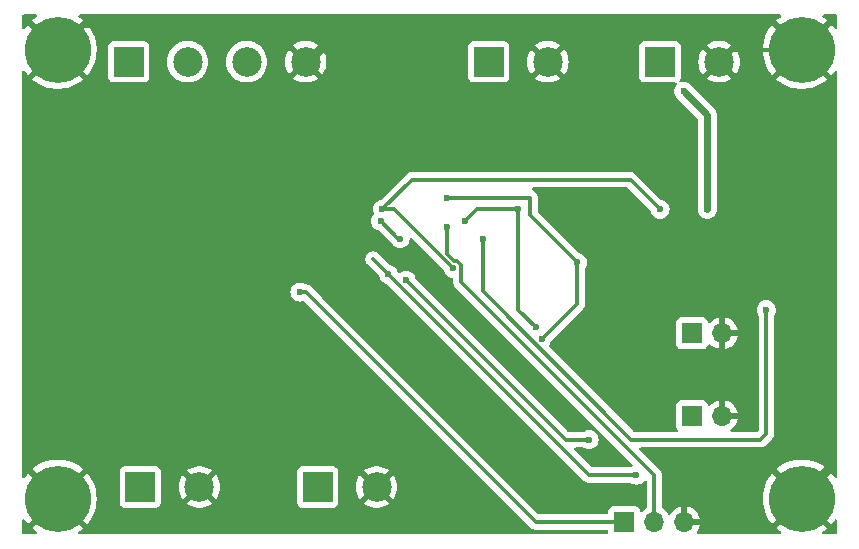
<source format=gbr>
%TF.GenerationSoftware,KiCad,Pcbnew,8.0.3*%
%TF.CreationDate,2024-07-12T15:18:38+08:00*%
%TF.ProjectId,seq_v003f4,7365715f-7630-4303-9366-342e6b696361,rev?*%
%TF.SameCoordinates,Original*%
%TF.FileFunction,Copper,L2,Bot*%
%TF.FilePolarity,Positive*%
%FSLAX46Y46*%
G04 Gerber Fmt 4.6, Leading zero omitted, Abs format (unit mm)*
G04 Created by KiCad (PCBNEW 8.0.3) date 2024-07-12 15:18:38*
%MOMM*%
%LPD*%
G01*
G04 APERTURE LIST*
%TA.AperFunction,ComponentPad*%
%ADD10C,5.600000*%
%TD*%
%TA.AperFunction,ComponentPad*%
%ADD11R,1.700000X1.700000*%
%TD*%
%TA.AperFunction,ComponentPad*%
%ADD12O,1.700000X1.700000*%
%TD*%
%TA.AperFunction,ComponentPad*%
%ADD13R,2.500000X2.500000*%
%TD*%
%TA.AperFunction,ComponentPad*%
%ADD14C,2.500000*%
%TD*%
%TA.AperFunction,ViaPad*%
%ADD15C,0.600000*%
%TD*%
%TA.AperFunction,Conductor*%
%ADD16C,0.300000*%
%TD*%
%TA.AperFunction,Conductor*%
%ADD17C,0.600000*%
%TD*%
G04 APERTURE END LIST*
D10*
%TO.P,REF\u002A\u002A,1*%
%TO.N,GND*%
X166000000Y-121500000D03*
%TD*%
%TO.P,REF\u002A\u002A,1*%
%TO.N,GND*%
X166000000Y-83500000D03*
%TD*%
%TO.P,REF\u002A\u002A,1*%
%TO.N,GND*%
X229000000Y-83500000D03*
%TD*%
%TO.P,REF\u002A\u002A,1*%
%TO.N,GND*%
X229000000Y-121500000D03*
%TD*%
D11*
%TO.P,J5,1,Pin_1*%
%TO.N,DELAY*%
X219725000Y-114500000D03*
D12*
%TO.P,J5,2,Pin_2*%
%TO.N,GND*%
X222265000Y-114500000D03*
%TD*%
D13*
%TO.P,J2,1,Pin_1*%
%TO.N,Net-(D1-K)*%
X188000000Y-120500000D03*
D14*
%TO.P,J2,2,Pin_2*%
%TO.N,GND*%
X193000000Y-120500000D03*
%TD*%
D11*
%TO.P,J4,1,Pin_1*%
%TO.N,MODE*%
X219725000Y-107500000D03*
D12*
%TO.P,J4,2,Pin_2*%
%TO.N,GND*%
X222265000Y-107500000D03*
%TD*%
D11*
%TO.P,J3,1,Pin_1*%
%TO.N,+5V*%
X213975000Y-123475000D03*
D12*
%TO.P,J3,2,Pin_2*%
%TO.N,SWD*%
X216515000Y-123475000D03*
%TO.P,J3,3,Pin_3*%
%TO.N,GND*%
X219055000Y-123475000D03*
%TD*%
D14*
%TO.P,J1,2,Pin_2*%
%TO.N,GND*%
X178000000Y-120500000D03*
D13*
%TO.P,J1,1,Pin_1*%
%TO.N,Net-(D2-A)*%
X173000000Y-120500000D03*
%TD*%
D14*
%TO.P,J6,4,Pin_4*%
%TO.N,GND*%
X187000000Y-84500000D03*
%TO.P,J6,3,Pin_3*%
%TO.N,Net-(J6-Pin_3)*%
X182000000Y-84500000D03*
%TO.P,J6,2,Pin_2*%
%TO.N,Net-(J6-Pin_2)*%
X177000000Y-84500000D03*
D13*
%TO.P,J6,1,Pin_1*%
%TO.N,Net-(J6-Pin_1)*%
X172000000Y-84500000D03*
%TD*%
D14*
%TO.P,J8,2,Pin_2*%
%TO.N,GND*%
X222000000Y-84500000D03*
D13*
%TO.P,J8,1,Pin_1*%
%TO.N,Net-(J8-Pin_1)*%
X217000000Y-84500000D03*
%TD*%
D14*
%TO.P,J7,2,Pin_2*%
%TO.N,GND*%
X207500000Y-84500000D03*
D13*
%TO.P,J7,1,Pin_1*%
%TO.N,Net-(J7-Pin_1)*%
X202500000Y-84500000D03*
%TD*%
D15*
%TO.N,GND*%
X197500000Y-93500000D03*
%TO.N,DELAY*%
X215000000Y-119500000D03*
X194000000Y-102500000D03*
%TO.N,MODE*%
X195500000Y-103000000D03*
X211000000Y-116500000D03*
%TO.N,Net-(U2-PC7)*%
X226000000Y-105500000D03*
X202000000Y-99500000D03*
%TO.N,OUT1*%
X206500000Y-107000000D03*
%TO.N,OUT+*%
X207000000Y-108000000D03*
X193350000Y-98000000D03*
X195000000Y-99500000D03*
X199000000Y-96000000D03*
X210000000Y-101500000D03*
%TO.N,OUT1*%
X205000000Y-97000000D03*
X200500000Y-98000000D03*
%TO.N,OUT3*%
X199500000Y-102000000D03*
X193500000Y-97000000D03*
X217000000Y-97000000D03*
%TO.N,Net-(J8-Pin_1)*%
X219000000Y-87000000D03*
X221000000Y-97000000D03*
%TO.N,+5V*%
X186500000Y-104000000D03*
%TO.N,SWD*%
X199000000Y-98500000D03*
%TD*%
D16*
%TO.N,GND*%
X197500000Y-93500000D02*
X196000000Y-93500000D01*
X196000000Y-93500000D02*
X187000000Y-84500000D01*
%TO.N,DELAY*%
X211000000Y-119500000D02*
X215000000Y-119500000D01*
X194000000Y-102500000D02*
X192700000Y-101200000D01*
X192700000Y-101200000D02*
X211000000Y-119500000D01*
%TO.N,MODE*%
X195500000Y-103000000D02*
X209000000Y-116500000D01*
X209000000Y-116500000D02*
X211000000Y-116500000D01*
%TO.N,Net-(U2-PC7)*%
X214580761Y-116500000D02*
X225500000Y-116500000D01*
X202000000Y-103919239D02*
X214580761Y-116500000D01*
X202000000Y-99500000D02*
X202000000Y-103919239D01*
X226000000Y-116000000D02*
X226000000Y-105500000D01*
X225500000Y-116500000D02*
X226000000Y-116000000D01*
%TO.N,OUT1*%
X205000000Y-105500000D02*
X205000000Y-97000000D01*
X206500000Y-107000000D02*
X205000000Y-105500000D01*
%TO.N,OUT+*%
X210000000Y-105000000D02*
X210000000Y-101500000D01*
X207000000Y-108000000D02*
X210000000Y-105000000D01*
%TO.N,SWD*%
X216515000Y-119515000D02*
X216515000Y-123475000D01*
X200150000Y-101730761D02*
X200150000Y-103150000D01*
X199769239Y-101350000D02*
X200150000Y-101730761D01*
X200150000Y-103150000D02*
X216515000Y-119515000D01*
X199000000Y-100792894D02*
X199557106Y-101350000D01*
X199000000Y-98500000D02*
X199000000Y-100792894D01*
X199557106Y-101350000D02*
X199769239Y-101350000D01*
%TO.N,OUT+*%
X194850000Y-99500000D02*
X193350000Y-98000000D01*
X195000000Y-99500000D02*
X194850000Y-99500000D01*
X206000000Y-97500000D02*
X206000000Y-96000000D01*
X210000000Y-101500000D02*
X206000000Y-97500000D01*
X206000000Y-96000000D02*
X199000000Y-96000000D01*
%TO.N,OUT1*%
X201500000Y-97000000D02*
X205000000Y-97000000D01*
X200500000Y-98000000D02*
X201500000Y-97000000D01*
%TO.N,OUT3*%
X196000000Y-94500000D02*
X193500000Y-97000000D01*
X214500000Y-94500000D02*
X196000000Y-94500000D01*
X217000000Y-97000000D02*
X214500000Y-94500000D01*
X194500000Y-97000000D02*
X193500000Y-97000000D01*
X199500000Y-102000000D02*
X194500000Y-97000000D01*
D17*
%TO.N,Net-(J8-Pin_1)*%
X219000000Y-87000000D02*
X221000000Y-89000000D01*
X221000000Y-89000000D02*
X221000000Y-97000000D01*
D16*
%TO.N,+5V*%
X187000000Y-104000000D02*
X186500000Y-104000000D01*
X188000000Y-105000000D02*
X187000000Y-104000000D01*
X206475000Y-123475000D02*
X188000000Y-105000000D01*
X213975000Y-123475000D02*
X206475000Y-123475000D01*
%TO.N,GND*%
X163500000Y-119000000D02*
X166000000Y-121500000D01*
X163500000Y-86000000D02*
X163500000Y-119000000D01*
X166000000Y-83500000D02*
X163500000Y-86000000D01*
X166000000Y-83500000D02*
X168000000Y-81500000D01*
X193500000Y-81500000D02*
X210500000Y-81500000D01*
X168000000Y-81500000D02*
X193500000Y-81500000D01*
X190500000Y-81500000D02*
X193500000Y-81500000D01*
X187500000Y-84500000D02*
X190500000Y-81500000D01*
X187000000Y-84500000D02*
X187500000Y-84500000D01*
X210500000Y-81500000D02*
X219000000Y-81500000D01*
X219000000Y-81500000D02*
X222000000Y-84500000D01*
X207500000Y-84500000D02*
X210500000Y-81500000D01*
X229000000Y-83500000D02*
X223000000Y-83500000D01*
X223000000Y-83500000D02*
X222000000Y-84500000D01*
X231850000Y-118150000D02*
X231850000Y-86350000D01*
X231850000Y-86350000D02*
X229000000Y-83500000D01*
X229000000Y-121000000D02*
X231850000Y-118150000D01*
X229000000Y-121500000D02*
X229000000Y-121000000D01*
%TD*%
%TA.AperFunction,Conductor*%
%TO.N,GND*%
G36*
X164779588Y-122542330D02*
G01*
X164957670Y-122720412D01*
X165059300Y-122794251D01*
X163847257Y-124006294D01*
X163860495Y-124018836D01*
X164145367Y-124235388D01*
X164145370Y-124235390D01*
X164201644Y-124269249D01*
X164248939Y-124320678D01*
X164260922Y-124389513D01*
X164233787Y-124453899D01*
X164176151Y-124493393D01*
X164137716Y-124499500D01*
X163124500Y-124499500D01*
X163057461Y-124479815D01*
X163011706Y-124427011D01*
X163000500Y-124375500D01*
X163000500Y-123360307D01*
X163020185Y-123293268D01*
X163072989Y-123247513D01*
X163142147Y-123237569D01*
X163205703Y-123266594D01*
X163227134Y-123290720D01*
X163369033Y-123500006D01*
X163369035Y-123500008D01*
X163496441Y-123650002D01*
X163496442Y-123650002D01*
X164705747Y-122440697D01*
X164779588Y-122542330D01*
G37*
%TD.AperFunction*%
%TA.AperFunction,Conductor*%
G36*
X227204755Y-80520185D02*
G01*
X227250510Y-80572989D01*
X227260454Y-80642147D01*
X227231429Y-80705703D01*
X227201644Y-80730751D01*
X227145370Y-80764609D01*
X227145367Y-80764611D01*
X226860486Y-80981170D01*
X226860485Y-80981171D01*
X226847257Y-80993702D01*
X226847256Y-80993703D01*
X228059301Y-82205748D01*
X227957670Y-82279588D01*
X227779588Y-82457670D01*
X227705748Y-82559301D01*
X226496442Y-81349995D01*
X226496441Y-81349996D01*
X226369033Y-81499992D01*
X226168218Y-81796172D01*
X226000606Y-82112322D01*
X226000597Y-82112340D01*
X225868149Y-82444760D01*
X225868147Y-82444767D01*
X225772421Y-82789542D01*
X225772415Y-82789568D01*
X225714527Y-83142668D01*
X225714526Y-83142685D01*
X225695153Y-83499997D01*
X225695153Y-83500002D01*
X225714526Y-83857314D01*
X225714527Y-83857331D01*
X225772415Y-84210431D01*
X225772421Y-84210457D01*
X225868147Y-84555232D01*
X225868149Y-84555239D01*
X226000597Y-84887659D01*
X226000606Y-84887677D01*
X226168218Y-85203827D01*
X226369024Y-85499994D01*
X226369035Y-85500008D01*
X226496441Y-85650002D01*
X226496442Y-85650002D01*
X227705747Y-84440697D01*
X227779588Y-84542330D01*
X227957670Y-84720412D01*
X228059300Y-84794251D01*
X226847257Y-86006294D01*
X226860495Y-86018836D01*
X227145367Y-86235388D01*
X227145370Y-86235390D01*
X227451990Y-86419876D01*
X227776739Y-86570122D01*
X227776744Y-86570123D01*
X228115855Y-86684383D01*
X228465339Y-86761311D01*
X228821075Y-86799999D01*
X228821085Y-86800000D01*
X229178915Y-86800000D01*
X229178924Y-86799999D01*
X229534660Y-86761311D01*
X229884144Y-86684383D01*
X230223255Y-86570123D01*
X230223260Y-86570122D01*
X230548009Y-86419876D01*
X230854629Y-86235390D01*
X230854632Y-86235388D01*
X231139509Y-86018831D01*
X231152742Y-86006295D01*
X231152742Y-86006294D01*
X229940699Y-84794251D01*
X230042330Y-84720412D01*
X230220412Y-84542330D01*
X230294251Y-84440698D01*
X231503556Y-85650002D01*
X231630969Y-85500002D01*
X231772866Y-85290720D01*
X231826781Y-85246279D01*
X231896163Y-85238041D01*
X231958985Y-85268621D01*
X231995301Y-85328312D01*
X231999500Y-85360307D01*
X231999500Y-119639692D01*
X231979815Y-119706731D01*
X231927011Y-119752486D01*
X231857853Y-119762430D01*
X231794297Y-119733405D01*
X231772867Y-119709279D01*
X231630975Y-119500005D01*
X231630964Y-119499991D01*
X231503556Y-119349996D01*
X230294251Y-120559301D01*
X230220412Y-120457670D01*
X230042330Y-120279588D01*
X229940698Y-120205748D01*
X231152742Y-118993704D01*
X231139504Y-118981163D01*
X230854632Y-118764611D01*
X230854629Y-118764609D01*
X230548009Y-118580123D01*
X230223260Y-118429877D01*
X230223255Y-118429876D01*
X229884144Y-118315616D01*
X229534660Y-118238688D01*
X229178924Y-118200000D01*
X228821075Y-118200000D01*
X228465339Y-118238688D01*
X228115855Y-118315616D01*
X227776744Y-118429876D01*
X227776739Y-118429877D01*
X227451990Y-118580123D01*
X227145370Y-118764609D01*
X227145367Y-118764611D01*
X226860486Y-118981170D01*
X226860485Y-118981171D01*
X226847257Y-118993702D01*
X226847256Y-118993703D01*
X228059301Y-120205748D01*
X227957670Y-120279588D01*
X227779588Y-120457670D01*
X227705748Y-120559301D01*
X226496442Y-119349995D01*
X226496441Y-119349996D01*
X226369033Y-119499992D01*
X226168218Y-119796172D01*
X226000606Y-120112322D01*
X226000597Y-120112340D01*
X225868149Y-120444760D01*
X225868147Y-120444767D01*
X225772421Y-120789542D01*
X225772415Y-120789568D01*
X225714527Y-121142668D01*
X225714526Y-121142685D01*
X225695153Y-121499997D01*
X225695153Y-121500002D01*
X225714526Y-121857314D01*
X225714527Y-121857331D01*
X225772415Y-122210431D01*
X225772421Y-122210457D01*
X225868147Y-122555232D01*
X225868149Y-122555239D01*
X226000597Y-122887659D01*
X226000606Y-122887677D01*
X226168218Y-123203827D01*
X226369024Y-123499994D01*
X226369035Y-123500008D01*
X226496441Y-123650002D01*
X226496442Y-123650002D01*
X227705747Y-122440697D01*
X227779588Y-122542330D01*
X227957670Y-122720412D01*
X228059300Y-122794251D01*
X226847257Y-124006294D01*
X226860495Y-124018836D01*
X227145367Y-124235388D01*
X227145370Y-124235390D01*
X227201644Y-124269249D01*
X227248939Y-124320678D01*
X227260922Y-124389513D01*
X227233787Y-124453899D01*
X227176151Y-124493393D01*
X227137716Y-124499500D01*
X220223884Y-124499500D01*
X220156845Y-124479815D01*
X220111090Y-124427011D01*
X220101146Y-124357853D01*
X220122310Y-124304376D01*
X220228595Y-124152585D01*
X220228599Y-124152579D01*
X220328429Y-123938492D01*
X220328432Y-123938486D01*
X220385636Y-123725000D01*
X219488012Y-123725000D01*
X219520925Y-123667993D01*
X219555000Y-123540826D01*
X219555000Y-123409174D01*
X219520925Y-123282007D01*
X219488012Y-123225000D01*
X220385636Y-123225000D01*
X220385635Y-123224999D01*
X220328432Y-123011513D01*
X220328429Y-123011507D01*
X220228600Y-122797422D01*
X220228599Y-122797420D01*
X220093113Y-122603926D01*
X220093108Y-122603920D01*
X219926082Y-122436894D01*
X219732578Y-122301399D01*
X219518492Y-122201570D01*
X219518486Y-122201567D01*
X219305000Y-122144364D01*
X219305000Y-123041988D01*
X219247993Y-123009075D01*
X219120826Y-122975000D01*
X218989174Y-122975000D01*
X218862007Y-123009075D01*
X218805000Y-123041988D01*
X218805000Y-122144364D01*
X218804999Y-122144364D01*
X218591513Y-122201567D01*
X218591507Y-122201570D01*
X218377422Y-122301399D01*
X218377420Y-122301400D01*
X218183926Y-122436886D01*
X218183920Y-122436891D01*
X218016891Y-122603920D01*
X218016890Y-122603922D01*
X217886880Y-122789595D01*
X217832303Y-122833219D01*
X217762804Y-122840412D01*
X217700450Y-122808890D01*
X217683730Y-122789594D01*
X217553494Y-122603597D01*
X217386402Y-122436506D01*
X217386401Y-122436505D01*
X217218377Y-122318853D01*
X217218376Y-122318852D01*
X217174751Y-122264275D01*
X217165500Y-122217277D01*
X217165500Y-119450928D01*
X217140502Y-119325261D01*
X217140501Y-119325260D01*
X217140501Y-119325256D01*
X217091465Y-119206873D01*
X217020277Y-119100331D01*
X217020275Y-119100329D01*
X217020273Y-119100326D01*
X217020272Y-119100325D01*
X215282127Y-117362181D01*
X215248642Y-117300858D01*
X215253626Y-117231166D01*
X215295498Y-117175233D01*
X215360962Y-117150816D01*
X215369808Y-117150500D01*
X225564071Y-117150500D01*
X225648615Y-117133682D01*
X225689744Y-117125501D01*
X225808127Y-117076465D01*
X225914669Y-117005277D01*
X226505277Y-116414669D01*
X226576465Y-116308127D01*
X226625501Y-116189743D01*
X226650500Y-116064069D01*
X226650500Y-115935931D01*
X226650500Y-106005067D01*
X226669507Y-105939094D01*
X226725788Y-105849524D01*
X226785368Y-105679254D01*
X226785369Y-105679249D01*
X226805565Y-105500003D01*
X226805565Y-105499996D01*
X226785369Y-105320750D01*
X226785368Y-105320745D01*
X226753809Y-105230554D01*
X226725789Y-105150478D01*
X226629816Y-104997738D01*
X226502262Y-104870184D01*
X226378158Y-104792204D01*
X226349523Y-104774211D01*
X226179254Y-104714631D01*
X226179249Y-104714630D01*
X226000004Y-104694435D01*
X225999996Y-104694435D01*
X225820750Y-104714630D01*
X225820745Y-104714631D01*
X225650476Y-104774211D01*
X225497737Y-104870184D01*
X225370184Y-104997737D01*
X225274211Y-105150476D01*
X225214631Y-105320745D01*
X225214630Y-105320750D01*
X225194435Y-105499996D01*
X225194435Y-105500003D01*
X225214630Y-105679249D01*
X225214631Y-105679254D01*
X225274211Y-105849524D01*
X225330493Y-105939094D01*
X225349500Y-106005067D01*
X225349500Y-115679192D01*
X225329815Y-115746231D01*
X225313181Y-115766873D01*
X225266873Y-115813181D01*
X225205550Y-115846666D01*
X225179192Y-115849500D01*
X223084645Y-115849500D01*
X223017606Y-115829815D01*
X222971851Y-115777011D01*
X222961907Y-115707853D01*
X222990932Y-115644297D01*
X223013521Y-115623926D01*
X223136078Y-115538109D01*
X223303105Y-115371082D01*
X223438600Y-115177578D01*
X223538429Y-114963492D01*
X223538432Y-114963486D01*
X223595636Y-114750000D01*
X222698012Y-114750000D01*
X222730925Y-114692993D01*
X222765000Y-114565826D01*
X222765000Y-114434174D01*
X222730925Y-114307007D01*
X222698012Y-114250000D01*
X223595636Y-114250000D01*
X223595635Y-114249999D01*
X223538432Y-114036513D01*
X223538429Y-114036507D01*
X223438600Y-113822422D01*
X223438599Y-113822420D01*
X223303113Y-113628926D01*
X223303108Y-113628920D01*
X223136082Y-113461894D01*
X222942578Y-113326399D01*
X222728492Y-113226570D01*
X222728486Y-113226567D01*
X222515000Y-113169364D01*
X222515000Y-114066988D01*
X222457993Y-114034075D01*
X222330826Y-114000000D01*
X222199174Y-114000000D01*
X222072007Y-114034075D01*
X222015000Y-114066988D01*
X222015000Y-113169364D01*
X222014999Y-113169364D01*
X221801513Y-113226567D01*
X221801507Y-113226570D01*
X221587422Y-113326399D01*
X221587420Y-113326400D01*
X221393926Y-113461886D01*
X221271865Y-113583947D01*
X221210542Y-113617431D01*
X221140850Y-113612447D01*
X221084917Y-113570575D01*
X221068002Y-113539598D01*
X221018797Y-113407671D01*
X221018793Y-113407664D01*
X220932547Y-113292455D01*
X220932544Y-113292452D01*
X220817335Y-113206206D01*
X220817328Y-113206202D01*
X220682482Y-113155908D01*
X220682483Y-113155908D01*
X220622883Y-113149501D01*
X220622881Y-113149500D01*
X220622873Y-113149500D01*
X220622864Y-113149500D01*
X218827129Y-113149500D01*
X218827123Y-113149501D01*
X218767516Y-113155908D01*
X218632671Y-113206202D01*
X218632664Y-113206206D01*
X218517455Y-113292452D01*
X218517452Y-113292455D01*
X218431206Y-113407664D01*
X218431202Y-113407671D01*
X218380908Y-113542517D01*
X218374501Y-113602116D01*
X218374500Y-113602135D01*
X218374500Y-115397870D01*
X218374501Y-115397876D01*
X218380908Y-115457483D01*
X218431202Y-115592328D01*
X218431204Y-115592331D01*
X218475265Y-115651189D01*
X218499683Y-115716652D01*
X218484832Y-115784925D01*
X218435427Y-115834331D01*
X218375999Y-115849500D01*
X214901569Y-115849500D01*
X214834530Y-115829815D01*
X214813888Y-115813181D01*
X207650792Y-108650085D01*
X207617307Y-108588762D01*
X207622291Y-108519070D01*
X207633479Y-108496432D01*
X207656118Y-108460402D01*
X207725789Y-108349522D01*
X207785368Y-108179255D01*
X207786182Y-108172025D01*
X207813245Y-108107611D01*
X207821712Y-108098232D01*
X209317810Y-106602135D01*
X218374500Y-106602135D01*
X218374500Y-108397870D01*
X218374501Y-108397876D01*
X218380908Y-108457483D01*
X218431202Y-108592328D01*
X218431206Y-108592335D01*
X218517452Y-108707544D01*
X218517455Y-108707547D01*
X218632664Y-108793793D01*
X218632671Y-108793797D01*
X218767517Y-108844091D01*
X218767516Y-108844091D01*
X218774444Y-108844835D01*
X218827127Y-108850500D01*
X220622872Y-108850499D01*
X220682483Y-108844091D01*
X220817331Y-108793796D01*
X220932546Y-108707546D01*
X221018796Y-108592331D01*
X221068002Y-108460401D01*
X221109872Y-108404468D01*
X221175337Y-108380050D01*
X221243610Y-108394901D01*
X221271865Y-108416053D01*
X221393917Y-108538105D01*
X221587421Y-108673600D01*
X221801507Y-108773429D01*
X221801516Y-108773433D01*
X222015000Y-108830634D01*
X222015000Y-107933012D01*
X222072007Y-107965925D01*
X222199174Y-108000000D01*
X222330826Y-108000000D01*
X222457993Y-107965925D01*
X222515000Y-107933012D01*
X222515000Y-108830633D01*
X222728483Y-108773433D01*
X222728492Y-108773429D01*
X222942578Y-108673600D01*
X223136082Y-108538105D01*
X223303105Y-108371082D01*
X223438600Y-108177578D01*
X223538429Y-107963492D01*
X223538432Y-107963486D01*
X223595636Y-107750000D01*
X222698012Y-107750000D01*
X222730925Y-107692993D01*
X222765000Y-107565826D01*
X222765000Y-107434174D01*
X222730925Y-107307007D01*
X222698012Y-107250000D01*
X223595636Y-107250000D01*
X223595635Y-107249999D01*
X223538432Y-107036513D01*
X223538429Y-107036507D01*
X223438600Y-106822422D01*
X223438599Y-106822420D01*
X223303113Y-106628926D01*
X223303108Y-106628920D01*
X223136082Y-106461894D01*
X222942578Y-106326399D01*
X222728492Y-106226570D01*
X222728486Y-106226567D01*
X222515000Y-106169364D01*
X222515000Y-107066988D01*
X222457993Y-107034075D01*
X222330826Y-107000000D01*
X222199174Y-107000000D01*
X222072007Y-107034075D01*
X222015000Y-107066988D01*
X222015000Y-106169364D01*
X222014999Y-106169364D01*
X221801513Y-106226567D01*
X221801507Y-106226570D01*
X221587422Y-106326399D01*
X221587420Y-106326400D01*
X221393926Y-106461886D01*
X221271865Y-106583947D01*
X221210542Y-106617431D01*
X221140850Y-106612447D01*
X221084917Y-106570575D01*
X221068002Y-106539598D01*
X221052389Y-106497738D01*
X221018796Y-106407669D01*
X221018795Y-106407668D01*
X221018793Y-106407664D01*
X220932547Y-106292455D01*
X220932544Y-106292452D01*
X220817335Y-106206206D01*
X220817328Y-106206202D01*
X220682482Y-106155908D01*
X220682483Y-106155908D01*
X220622883Y-106149501D01*
X220622881Y-106149500D01*
X220622873Y-106149500D01*
X220622864Y-106149500D01*
X218827129Y-106149500D01*
X218827123Y-106149501D01*
X218767516Y-106155908D01*
X218632671Y-106206202D01*
X218632664Y-106206206D01*
X218517455Y-106292452D01*
X218517452Y-106292455D01*
X218431206Y-106407664D01*
X218431202Y-106407671D01*
X218380908Y-106542517D01*
X218374501Y-106602116D01*
X218374500Y-106602135D01*
X209317810Y-106602135D01*
X210505277Y-105414669D01*
X210576465Y-105308127D01*
X210625501Y-105189743D01*
X210635970Y-105137112D01*
X210650500Y-105064071D01*
X210650500Y-102005067D01*
X210669507Y-101939094D01*
X210725788Y-101849524D01*
X210752141Y-101774211D01*
X210785368Y-101679255D01*
X210785369Y-101679246D01*
X210805565Y-101500003D01*
X210805565Y-101499996D01*
X210785369Y-101320750D01*
X210785368Y-101320745D01*
X210725788Y-101150476D01*
X210637686Y-101010263D01*
X210629816Y-100997738D01*
X210502262Y-100870184D01*
X210461741Y-100844723D01*
X210349521Y-100774210D01*
X210179255Y-100714632D01*
X210179246Y-100714630D01*
X210172012Y-100713815D01*
X210107600Y-100686744D01*
X210098223Y-100678277D01*
X206686819Y-97266873D01*
X206653334Y-97205550D01*
X206650500Y-97179192D01*
X206650500Y-95935928D01*
X206625502Y-95810261D01*
X206625501Y-95810260D01*
X206625501Y-95810256D01*
X206576465Y-95691873D01*
X206576464Y-95691872D01*
X206576461Y-95691866D01*
X206505276Y-95585331D01*
X206505273Y-95585327D01*
X206414672Y-95494726D01*
X206414668Y-95494723D01*
X206308133Y-95423538D01*
X206308120Y-95423531D01*
X206224900Y-95389061D01*
X206170496Y-95345220D01*
X206148431Y-95278926D01*
X206165710Y-95211227D01*
X206216847Y-95163616D01*
X206272352Y-95150500D01*
X214179192Y-95150500D01*
X214246231Y-95170185D01*
X214266873Y-95186819D01*
X216178277Y-97098223D01*
X216211762Y-97159546D01*
X216213815Y-97172012D01*
X216214630Y-97179246D01*
X216214632Y-97179255D01*
X216274210Y-97349521D01*
X216292850Y-97379186D01*
X216370184Y-97502262D01*
X216497738Y-97629816D01*
X216535167Y-97653334D01*
X216650474Y-97725787D01*
X216650478Y-97725789D01*
X216776074Y-97769737D01*
X216820745Y-97785368D01*
X216820750Y-97785369D01*
X216999996Y-97805565D01*
X217000000Y-97805565D01*
X217000004Y-97805565D01*
X217179249Y-97785369D01*
X217179252Y-97785368D01*
X217179255Y-97785368D01*
X217349522Y-97725789D01*
X217502262Y-97629816D01*
X217629816Y-97502262D01*
X217725789Y-97349522D01*
X217785368Y-97179255D01*
X217791041Y-97128904D01*
X217805565Y-97000003D01*
X217805565Y-96999996D01*
X217785369Y-96820750D01*
X217785368Y-96820745D01*
X217732447Y-96669506D01*
X217725789Y-96650478D01*
X217629816Y-96497738D01*
X217502262Y-96370184D01*
X217469379Y-96349522D01*
X217349521Y-96274210D01*
X217179255Y-96214632D01*
X217179246Y-96214630D01*
X217172012Y-96213815D01*
X217107600Y-96186744D01*
X217098223Y-96178277D01*
X214914674Y-93994727D01*
X214914673Y-93994726D01*
X214914669Y-93994723D01*
X214808127Y-93923535D01*
X214689744Y-93874499D01*
X214689738Y-93874497D01*
X214564071Y-93849500D01*
X214564069Y-93849500D01*
X195935931Y-93849500D01*
X195935929Y-93849500D01*
X195810261Y-93874497D01*
X195810255Y-93874499D01*
X195691874Y-93923534D01*
X195585326Y-93994726D01*
X193401775Y-96178277D01*
X193340452Y-96211762D01*
X193327988Y-96213815D01*
X193320752Y-96214630D01*
X193320744Y-96214632D01*
X193150478Y-96274210D01*
X192997737Y-96370184D01*
X192870184Y-96497737D01*
X192774211Y-96650476D01*
X192714631Y-96820745D01*
X192714630Y-96820750D01*
X192694435Y-96999996D01*
X192694435Y-97000003D01*
X192714630Y-97179249D01*
X192714631Y-97179254D01*
X192772892Y-97345753D01*
X192776453Y-97415532D01*
X192743533Y-97474388D01*
X192720185Y-97497736D01*
X192624211Y-97650476D01*
X192564631Y-97820745D01*
X192564630Y-97820750D01*
X192544435Y-97999996D01*
X192544435Y-98000003D01*
X192564630Y-98179249D01*
X192564631Y-98179254D01*
X192624211Y-98349523D01*
X192641756Y-98377445D01*
X192720184Y-98502262D01*
X192847738Y-98629816D01*
X192915959Y-98672682D01*
X192982721Y-98714632D01*
X193000478Y-98725789D01*
X193170745Y-98785368D01*
X193177974Y-98786182D01*
X193242388Y-98813246D01*
X193251776Y-98821722D01*
X194255261Y-99825207D01*
X194272574Y-99846916D01*
X194274210Y-99849520D01*
X194274211Y-99849522D01*
X194370184Y-100002262D01*
X194497738Y-100129816D01*
X194650478Y-100225789D01*
X194820745Y-100285368D01*
X194820750Y-100285369D01*
X194999996Y-100305565D01*
X195000000Y-100305565D01*
X195000004Y-100305565D01*
X195179249Y-100285369D01*
X195179252Y-100285368D01*
X195179255Y-100285368D01*
X195349522Y-100225789D01*
X195502262Y-100129816D01*
X195629816Y-100002262D01*
X195725789Y-99849522D01*
X195785368Y-99679255D01*
X195804531Y-99509175D01*
X195831597Y-99444762D01*
X195889192Y-99405207D01*
X195959029Y-99403069D01*
X196015432Y-99435378D01*
X198678277Y-102098223D01*
X198711762Y-102159546D01*
X198713815Y-102172012D01*
X198714630Y-102179246D01*
X198714632Y-102179255D01*
X198774210Y-102349521D01*
X198787194Y-102370185D01*
X198870184Y-102502262D01*
X198997738Y-102629816D01*
X199150478Y-102725789D01*
X199320745Y-102785368D01*
X199389384Y-102793101D01*
X199453796Y-102820166D01*
X199493352Y-102877760D01*
X199499500Y-102916321D01*
X199499500Y-103214070D01*
X199501831Y-103225788D01*
X199513683Y-103285368D01*
X199524499Y-103339744D01*
X199573535Y-103458127D01*
X199597990Y-103494727D01*
X199644726Y-103564673D01*
X199644727Y-103564674D01*
X214665678Y-118585624D01*
X214699163Y-118646947D01*
X214694179Y-118716639D01*
X214652307Y-118772572D01*
X214643971Y-118778298D01*
X214560906Y-118830493D01*
X214494932Y-118849500D01*
X211320807Y-118849500D01*
X211253768Y-118829815D01*
X211233126Y-118813181D01*
X209782126Y-117362181D01*
X209748641Y-117300858D01*
X209753625Y-117231166D01*
X209795497Y-117175233D01*
X209860961Y-117150816D01*
X209869807Y-117150500D01*
X210494932Y-117150500D01*
X210560904Y-117169506D01*
X210650477Y-117225789D01*
X210650481Y-117225790D01*
X210820737Y-117285366D01*
X210820743Y-117285367D01*
X210820745Y-117285368D01*
X210820746Y-117285368D01*
X210820750Y-117285369D01*
X210999996Y-117305565D01*
X211000000Y-117305565D01*
X211000004Y-117305565D01*
X211179249Y-117285369D01*
X211179252Y-117285368D01*
X211179255Y-117285368D01*
X211349522Y-117225789D01*
X211502262Y-117129816D01*
X211629816Y-117002262D01*
X211725789Y-116849522D01*
X211785368Y-116679255D01*
X211805565Y-116500000D01*
X211785368Y-116320745D01*
X211725789Y-116150478D01*
X211629816Y-115997738D01*
X211502262Y-115870184D01*
X211469344Y-115849500D01*
X211349523Y-115774211D01*
X211179254Y-115714631D01*
X211179249Y-115714630D01*
X211000004Y-115694435D01*
X210999996Y-115694435D01*
X210820750Y-115714630D01*
X210820737Y-115714633D01*
X210650481Y-115774209D01*
X210650477Y-115774210D01*
X210560904Y-115830494D01*
X210494932Y-115849500D01*
X209320808Y-115849500D01*
X209253769Y-115829815D01*
X209233127Y-115813181D01*
X196321722Y-102901776D01*
X196288237Y-102840453D01*
X196286182Y-102827973D01*
X196285368Y-102820745D01*
X196225789Y-102650478D01*
X196129816Y-102497738D01*
X196002262Y-102370184D01*
X195849523Y-102274211D01*
X195679254Y-102214631D01*
X195679249Y-102214630D01*
X195500004Y-102194435D01*
X195499996Y-102194435D01*
X195320750Y-102214630D01*
X195320745Y-102214631D01*
X195150476Y-102274211D01*
X194997735Y-102370185D01*
X194992663Y-102375258D01*
X194931338Y-102408740D01*
X194861647Y-102403752D01*
X194805715Y-102361877D01*
X194789433Y-102326700D01*
X194787668Y-102327318D01*
X194741170Y-102194435D01*
X194725789Y-102150478D01*
X194629816Y-101997738D01*
X194502262Y-101870184D01*
X194469379Y-101849522D01*
X194349521Y-101774210D01*
X194179255Y-101714632D01*
X194179246Y-101714630D01*
X194172012Y-101713815D01*
X194107600Y-101686744D01*
X194098223Y-101678277D01*
X193114674Y-100694727D01*
X193114673Y-100694726D01*
X193081821Y-100672775D01*
X193008127Y-100623535D01*
X192889744Y-100574499D01*
X192889736Y-100574497D01*
X192764073Y-100549501D01*
X192764069Y-100549501D01*
X192635931Y-100549501D01*
X192635926Y-100549501D01*
X192510263Y-100574497D01*
X192510255Y-100574499D01*
X192391874Y-100623534D01*
X192285326Y-100694726D01*
X192194726Y-100785326D01*
X192123534Y-100891874D01*
X192074499Y-101010255D01*
X192074497Y-101010263D01*
X192049501Y-101135926D01*
X192049501Y-101264073D01*
X192074497Y-101389736D01*
X192074499Y-101389744D01*
X192088122Y-101422634D01*
X192123535Y-101508127D01*
X192194723Y-101614669D01*
X192194726Y-101614673D01*
X192194727Y-101614674D01*
X193178277Y-102598223D01*
X193211762Y-102659546D01*
X193213815Y-102672012D01*
X193214630Y-102679246D01*
X193214632Y-102679255D01*
X193274210Y-102849521D01*
X193316530Y-102916873D01*
X193370184Y-103002262D01*
X193497738Y-103129816D01*
X193588080Y-103186582D01*
X193647479Y-103223905D01*
X193650478Y-103225789D01*
X193820745Y-103285368D01*
X193827974Y-103286182D01*
X193892388Y-103313246D01*
X193901776Y-103321722D01*
X210494724Y-119914669D01*
X210544697Y-119964642D01*
X210585332Y-120005277D01*
X210691866Y-120076461D01*
X210691872Y-120076464D01*
X210691873Y-120076465D01*
X210810256Y-120125501D01*
X210810260Y-120125501D01*
X210810261Y-120125502D01*
X210935928Y-120150500D01*
X210935931Y-120150500D01*
X214494932Y-120150500D01*
X214560904Y-120169506D01*
X214650477Y-120225789D01*
X214650481Y-120225790D01*
X214820737Y-120285366D01*
X214820743Y-120285367D01*
X214820745Y-120285368D01*
X214820746Y-120285368D01*
X214820750Y-120285369D01*
X214999996Y-120305565D01*
X215000000Y-120305565D01*
X215000004Y-120305565D01*
X215179249Y-120285369D01*
X215179252Y-120285368D01*
X215179255Y-120285368D01*
X215349522Y-120225789D01*
X215502262Y-120129816D01*
X215629816Y-120002262D01*
X215635506Y-119993205D01*
X215687841Y-119946915D01*
X215756894Y-119936267D01*
X215820743Y-119964642D01*
X215859115Y-120023032D01*
X215864500Y-120059178D01*
X215864500Y-122217278D01*
X215844815Y-122284317D01*
X215811623Y-122318853D01*
X215643600Y-122436503D01*
X215521673Y-122558430D01*
X215460350Y-122591914D01*
X215390658Y-122586930D01*
X215334725Y-122545058D01*
X215317810Y-122514081D01*
X215268797Y-122382671D01*
X215268793Y-122382664D01*
X215182547Y-122267455D01*
X215182544Y-122267452D01*
X215067335Y-122181206D01*
X215067328Y-122181202D01*
X214932482Y-122130908D01*
X214932483Y-122130908D01*
X214872883Y-122124501D01*
X214872881Y-122124500D01*
X214872873Y-122124500D01*
X214872864Y-122124500D01*
X213077129Y-122124500D01*
X213077123Y-122124501D01*
X213017516Y-122130908D01*
X212882671Y-122181202D01*
X212882664Y-122181206D01*
X212767455Y-122267452D01*
X212767452Y-122267455D01*
X212681206Y-122382664D01*
X212681202Y-122382671D01*
X212630908Y-122517517D01*
X212624501Y-122577116D01*
X212624500Y-122577135D01*
X212624500Y-122700500D01*
X212604815Y-122767539D01*
X212552011Y-122813294D01*
X212500500Y-122824500D01*
X206795808Y-122824500D01*
X206728769Y-122804815D01*
X206708127Y-122788181D01*
X188414669Y-104494723D01*
X187414674Y-103494727D01*
X187414673Y-103494726D01*
X187317135Y-103429554D01*
X187308127Y-103423535D01*
X187189744Y-103374499D01*
X187189738Y-103374497D01*
X187064071Y-103349500D01*
X187064069Y-103349500D01*
X187005068Y-103349500D01*
X186939096Y-103330494D01*
X186849522Y-103274210D01*
X186849518Y-103274209D01*
X186679262Y-103214633D01*
X186679249Y-103214630D01*
X186500004Y-103194435D01*
X186499996Y-103194435D01*
X186320750Y-103214630D01*
X186320745Y-103214631D01*
X186150476Y-103274211D01*
X185997737Y-103370184D01*
X185870184Y-103497737D01*
X185774211Y-103650476D01*
X185714631Y-103820745D01*
X185714630Y-103820750D01*
X185694435Y-103999996D01*
X185694435Y-104000003D01*
X185714630Y-104179249D01*
X185714631Y-104179254D01*
X185774211Y-104349523D01*
X185865447Y-104494723D01*
X185870184Y-104502262D01*
X185997738Y-104629816D01*
X186076318Y-104679191D01*
X186132721Y-104714632D01*
X186150478Y-104725789D01*
X186288860Y-104774211D01*
X186320745Y-104785368D01*
X186320750Y-104785369D01*
X186499996Y-104805565D01*
X186500000Y-104805565D01*
X186500004Y-104805565D01*
X186679246Y-104785369D01*
X186679245Y-104785369D01*
X186679255Y-104785368D01*
X186743625Y-104762843D01*
X186813400Y-104759281D01*
X186872258Y-104792204D01*
X187494723Y-105414669D01*
X206060325Y-123980272D01*
X206060332Y-123980278D01*
X206099270Y-124006295D01*
X206166874Y-124051466D01*
X206236221Y-124080189D01*
X206285256Y-124100501D01*
X206285259Y-124100501D01*
X206285260Y-124100502D01*
X206410928Y-124125500D01*
X206410931Y-124125500D01*
X212500501Y-124125500D01*
X212567540Y-124145185D01*
X212613295Y-124197989D01*
X212624501Y-124249500D01*
X212624501Y-124375500D01*
X212604816Y-124442539D01*
X212552012Y-124488294D01*
X212500501Y-124499500D01*
X167862284Y-124499500D01*
X167795245Y-124479815D01*
X167749490Y-124427011D01*
X167739546Y-124357853D01*
X167768571Y-124294297D01*
X167798356Y-124269249D01*
X167854629Y-124235390D01*
X167854632Y-124235388D01*
X168139509Y-124018831D01*
X168152742Y-124006295D01*
X168152742Y-124006294D01*
X166940699Y-122794251D01*
X167042330Y-122720412D01*
X167220412Y-122542330D01*
X167294251Y-122440698D01*
X168503556Y-123650002D01*
X168630972Y-123499998D01*
X168630975Y-123499994D01*
X168831781Y-123203827D01*
X168999393Y-122887677D01*
X168999402Y-122887659D01*
X169131850Y-122555239D01*
X169131852Y-122555232D01*
X169227578Y-122210457D01*
X169227584Y-122210431D01*
X169285472Y-121857331D01*
X169285473Y-121857314D01*
X169304847Y-121500002D01*
X169304847Y-121499997D01*
X169285473Y-121142685D01*
X169285472Y-121142668D01*
X169227584Y-120789568D01*
X169227578Y-120789542D01*
X169131852Y-120444767D01*
X169131850Y-120444760D01*
X168999402Y-120112340D01*
X168999393Y-120112322D01*
X168831781Y-119796172D01*
X168630975Y-119500005D01*
X168630964Y-119499991D01*
X168503556Y-119349996D01*
X167294251Y-120559301D01*
X167220412Y-120457670D01*
X167042330Y-120279588D01*
X166940698Y-120205748D01*
X167944311Y-119202135D01*
X171249500Y-119202135D01*
X171249500Y-121797870D01*
X171249501Y-121797876D01*
X171255908Y-121857483D01*
X171306202Y-121992328D01*
X171306206Y-121992335D01*
X171392452Y-122107544D01*
X171392455Y-122107547D01*
X171507664Y-122193793D01*
X171507671Y-122193797D01*
X171642517Y-122244091D01*
X171642516Y-122244091D01*
X171649444Y-122244835D01*
X171702127Y-122250500D01*
X174297872Y-122250499D01*
X174357483Y-122244091D01*
X174492331Y-122193796D01*
X174607546Y-122107546D01*
X174693796Y-121992331D01*
X174744091Y-121857483D01*
X174750500Y-121797873D01*
X174750499Y-120499995D01*
X176245093Y-120499995D01*
X176245093Y-120500004D01*
X176264692Y-120761545D01*
X176264693Y-120761550D01*
X176323058Y-121017270D01*
X176418883Y-121261426D01*
X176418882Y-121261426D01*
X176550027Y-121488573D01*
X176597874Y-121548571D01*
X177398958Y-120747488D01*
X177423978Y-120807890D01*
X177495112Y-120914351D01*
X177585649Y-121004888D01*
X177692110Y-121076022D01*
X177752510Y-121101041D01*
X176950830Y-121902720D01*
X177122546Y-122019793D01*
X177122550Y-122019795D01*
X177358854Y-122133594D01*
X177358858Y-122133595D01*
X177609494Y-122210907D01*
X177609500Y-122210909D01*
X177868848Y-122249999D01*
X177868857Y-122250000D01*
X178131143Y-122250000D01*
X178131151Y-122249999D01*
X178390499Y-122210909D01*
X178390505Y-122210907D01*
X178641143Y-122133595D01*
X178877445Y-122019798D01*
X178877447Y-122019797D01*
X179049168Y-121902720D01*
X178247488Y-121101041D01*
X178307890Y-121076022D01*
X178414351Y-121004888D01*
X178504888Y-120914351D01*
X178576022Y-120807890D01*
X178601041Y-120747488D01*
X179402125Y-121548572D01*
X179449971Y-121488573D01*
X179581116Y-121261426D01*
X179676941Y-121017270D01*
X179735306Y-120761550D01*
X179735307Y-120761545D01*
X179754907Y-120500004D01*
X179754907Y-120499995D01*
X179735307Y-120238454D01*
X179735306Y-120238449D01*
X179676941Y-119982729D01*
X179581116Y-119738573D01*
X179581117Y-119738573D01*
X179449972Y-119511426D01*
X179402124Y-119451427D01*
X178601041Y-120252510D01*
X178576022Y-120192110D01*
X178504888Y-120085649D01*
X178414351Y-119995112D01*
X178307890Y-119923978D01*
X178247488Y-119898958D01*
X178944311Y-119202135D01*
X186249500Y-119202135D01*
X186249500Y-121797870D01*
X186249501Y-121797876D01*
X186255908Y-121857483D01*
X186306202Y-121992328D01*
X186306206Y-121992335D01*
X186392452Y-122107544D01*
X186392455Y-122107547D01*
X186507664Y-122193793D01*
X186507671Y-122193797D01*
X186642517Y-122244091D01*
X186642516Y-122244091D01*
X186649444Y-122244835D01*
X186702127Y-122250500D01*
X189297872Y-122250499D01*
X189357483Y-122244091D01*
X189492331Y-122193796D01*
X189607546Y-122107546D01*
X189693796Y-121992331D01*
X189744091Y-121857483D01*
X189750500Y-121797873D01*
X189750499Y-120499995D01*
X191245093Y-120499995D01*
X191245093Y-120500004D01*
X191264692Y-120761545D01*
X191264693Y-120761550D01*
X191323058Y-121017270D01*
X191418883Y-121261426D01*
X191418882Y-121261426D01*
X191550027Y-121488573D01*
X191597874Y-121548571D01*
X192398958Y-120747488D01*
X192423978Y-120807890D01*
X192495112Y-120914351D01*
X192585649Y-121004888D01*
X192692110Y-121076022D01*
X192752510Y-121101041D01*
X191950830Y-121902720D01*
X192122546Y-122019793D01*
X192122550Y-122019795D01*
X192358854Y-122133594D01*
X192358858Y-122133595D01*
X192609494Y-122210907D01*
X192609500Y-122210909D01*
X192868848Y-122249999D01*
X192868857Y-122250000D01*
X193131143Y-122250000D01*
X193131151Y-122249999D01*
X193390499Y-122210909D01*
X193390505Y-122210907D01*
X193641143Y-122133595D01*
X193877445Y-122019798D01*
X193877447Y-122019797D01*
X194049168Y-121902720D01*
X193247488Y-121101041D01*
X193307890Y-121076022D01*
X193414351Y-121004888D01*
X193504888Y-120914351D01*
X193576022Y-120807890D01*
X193601041Y-120747488D01*
X194402125Y-121548572D01*
X194449971Y-121488573D01*
X194581116Y-121261426D01*
X194676941Y-121017270D01*
X194735306Y-120761550D01*
X194735307Y-120761545D01*
X194754907Y-120500004D01*
X194754907Y-120499995D01*
X194735307Y-120238454D01*
X194735306Y-120238449D01*
X194676941Y-119982729D01*
X194581116Y-119738573D01*
X194581117Y-119738573D01*
X194449972Y-119511426D01*
X194402124Y-119451427D01*
X193601041Y-120252510D01*
X193576022Y-120192110D01*
X193504888Y-120085649D01*
X193414351Y-119995112D01*
X193307890Y-119923978D01*
X193247488Y-119898958D01*
X194049168Y-119097278D01*
X193877454Y-118980206D01*
X193877445Y-118980201D01*
X193641142Y-118866404D01*
X193641144Y-118866404D01*
X193390505Y-118789092D01*
X193390499Y-118789090D01*
X193131151Y-118750000D01*
X192868848Y-118750000D01*
X192609500Y-118789090D01*
X192609494Y-118789092D01*
X192358858Y-118866404D01*
X192358854Y-118866405D01*
X192122547Y-118980205D01*
X192122539Y-118980210D01*
X191950830Y-119097277D01*
X192752511Y-119898958D01*
X192692110Y-119923978D01*
X192585649Y-119995112D01*
X192495112Y-120085649D01*
X192423978Y-120192110D01*
X192398958Y-120252510D01*
X191597874Y-119451427D01*
X191550028Y-119511425D01*
X191418883Y-119738573D01*
X191323058Y-119982729D01*
X191264693Y-120238449D01*
X191264692Y-120238454D01*
X191245093Y-120499995D01*
X189750499Y-120499995D01*
X189750499Y-119202128D01*
X189744091Y-119142517D01*
X189728354Y-119100325D01*
X189693797Y-119007671D01*
X189693793Y-119007664D01*
X189607547Y-118892455D01*
X189607544Y-118892452D01*
X189492335Y-118806206D01*
X189492328Y-118806202D01*
X189357482Y-118755908D01*
X189357483Y-118755908D01*
X189297883Y-118749501D01*
X189297881Y-118749500D01*
X189297873Y-118749500D01*
X189297864Y-118749500D01*
X186702129Y-118749500D01*
X186702123Y-118749501D01*
X186642516Y-118755908D01*
X186507671Y-118806202D01*
X186507664Y-118806206D01*
X186392455Y-118892452D01*
X186392452Y-118892455D01*
X186306206Y-119007664D01*
X186306202Y-119007671D01*
X186255908Y-119142517D01*
X186249501Y-119202116D01*
X186249501Y-119202123D01*
X186249500Y-119202135D01*
X178944311Y-119202135D01*
X179049168Y-119097278D01*
X178877454Y-118980206D01*
X178877445Y-118980201D01*
X178641142Y-118866404D01*
X178641144Y-118866404D01*
X178390505Y-118789092D01*
X178390499Y-118789090D01*
X178131151Y-118750000D01*
X177868848Y-118750000D01*
X177609500Y-118789090D01*
X177609494Y-118789092D01*
X177358858Y-118866404D01*
X177358854Y-118866405D01*
X177122547Y-118980205D01*
X177122539Y-118980210D01*
X176950830Y-119097277D01*
X177752511Y-119898958D01*
X177692110Y-119923978D01*
X177585649Y-119995112D01*
X177495112Y-120085649D01*
X177423978Y-120192110D01*
X177398958Y-120252510D01*
X176597875Y-119451427D01*
X176597874Y-119451427D01*
X176550028Y-119511425D01*
X176418883Y-119738573D01*
X176323058Y-119982729D01*
X176264693Y-120238449D01*
X176264692Y-120238454D01*
X176245093Y-120499995D01*
X174750499Y-120499995D01*
X174750499Y-119202128D01*
X174744091Y-119142517D01*
X174728354Y-119100325D01*
X174693797Y-119007671D01*
X174693793Y-119007664D01*
X174607547Y-118892455D01*
X174607544Y-118892452D01*
X174492335Y-118806206D01*
X174492328Y-118806202D01*
X174357482Y-118755908D01*
X174357483Y-118755908D01*
X174297883Y-118749501D01*
X174297881Y-118749500D01*
X174297873Y-118749500D01*
X174297864Y-118749500D01*
X171702129Y-118749500D01*
X171702123Y-118749501D01*
X171642516Y-118755908D01*
X171507671Y-118806202D01*
X171507664Y-118806206D01*
X171392455Y-118892452D01*
X171392452Y-118892455D01*
X171306206Y-119007664D01*
X171306202Y-119007671D01*
X171255908Y-119142517D01*
X171249501Y-119202116D01*
X171249501Y-119202123D01*
X171249500Y-119202135D01*
X167944311Y-119202135D01*
X168152742Y-118993704D01*
X168139504Y-118981163D01*
X167854632Y-118764611D01*
X167854629Y-118764609D01*
X167548009Y-118580123D01*
X167223260Y-118429877D01*
X167223255Y-118429876D01*
X166884144Y-118315616D01*
X166534660Y-118238688D01*
X166178924Y-118200000D01*
X165821075Y-118200000D01*
X165465339Y-118238688D01*
X165115855Y-118315616D01*
X164776744Y-118429876D01*
X164776739Y-118429877D01*
X164451990Y-118580123D01*
X164145370Y-118764609D01*
X164145367Y-118764611D01*
X163860486Y-118981170D01*
X163860485Y-118981171D01*
X163847257Y-118993702D01*
X163847256Y-118993703D01*
X165059301Y-120205748D01*
X164957670Y-120279588D01*
X164779588Y-120457670D01*
X164705748Y-120559301D01*
X163496442Y-119349995D01*
X163496441Y-119349996D01*
X163369033Y-119499992D01*
X163227133Y-119709279D01*
X163173219Y-119753720D01*
X163103837Y-119761958D01*
X163041015Y-119731377D01*
X163004699Y-119671687D01*
X163000500Y-119639692D01*
X163000500Y-85360307D01*
X163020185Y-85293268D01*
X163072989Y-85247513D01*
X163142147Y-85237569D01*
X163205703Y-85266594D01*
X163227134Y-85290720D01*
X163369033Y-85500006D01*
X163369035Y-85500008D01*
X163496441Y-85650002D01*
X163496442Y-85650002D01*
X164705747Y-84440697D01*
X164779588Y-84542330D01*
X164957670Y-84720412D01*
X165059300Y-84794251D01*
X163847257Y-86006294D01*
X163860495Y-86018836D01*
X164145367Y-86235388D01*
X164145370Y-86235390D01*
X164451990Y-86419876D01*
X164776739Y-86570122D01*
X164776744Y-86570123D01*
X165115855Y-86684383D01*
X165465339Y-86761311D01*
X165821075Y-86799999D01*
X165821085Y-86800000D01*
X166178915Y-86800000D01*
X166178924Y-86799999D01*
X166534660Y-86761311D01*
X166884144Y-86684383D01*
X167223255Y-86570123D01*
X167223260Y-86570122D01*
X167548009Y-86419876D01*
X167854629Y-86235390D01*
X167854632Y-86235388D01*
X168139509Y-86018831D01*
X168152742Y-86006295D01*
X168152742Y-86006294D01*
X166940699Y-84794251D01*
X167042330Y-84720412D01*
X167220412Y-84542330D01*
X167294251Y-84440698D01*
X168503556Y-85650002D01*
X168630972Y-85499998D01*
X168630975Y-85499994D01*
X168831781Y-85203827D01*
X168999393Y-84887677D01*
X168999402Y-84887659D01*
X169131850Y-84555239D01*
X169131852Y-84555232D01*
X169227578Y-84210457D01*
X169227584Y-84210431D01*
X169285472Y-83857331D01*
X169285473Y-83857314D01*
X169304847Y-83500002D01*
X169304847Y-83499997D01*
X169288696Y-83202135D01*
X170249500Y-83202135D01*
X170249500Y-85797870D01*
X170249501Y-85797876D01*
X170255908Y-85857483D01*
X170306202Y-85992328D01*
X170306206Y-85992335D01*
X170392452Y-86107544D01*
X170392455Y-86107547D01*
X170507664Y-86193793D01*
X170507671Y-86193797D01*
X170642517Y-86244091D01*
X170642516Y-86244091D01*
X170649444Y-86244835D01*
X170702127Y-86250500D01*
X173297872Y-86250499D01*
X173357483Y-86244091D01*
X173492331Y-86193796D01*
X173607546Y-86107546D01*
X173693796Y-85992331D01*
X173744091Y-85857483D01*
X173750500Y-85797873D01*
X173750499Y-84499995D01*
X175244592Y-84499995D01*
X175244592Y-84500004D01*
X175264196Y-84761620D01*
X175264197Y-84761625D01*
X175322576Y-85017402D01*
X175322578Y-85017411D01*
X175322580Y-85017416D01*
X175418432Y-85261643D01*
X175549614Y-85488857D01*
X175678123Y-85650002D01*
X175713198Y-85693985D01*
X175825163Y-85797872D01*
X175905521Y-85872433D01*
X176122296Y-86020228D01*
X176122301Y-86020230D01*
X176122302Y-86020231D01*
X176122303Y-86020232D01*
X176247843Y-86080688D01*
X176358673Y-86134061D01*
X176358674Y-86134061D01*
X176358677Y-86134063D01*
X176609385Y-86211396D01*
X176868818Y-86250500D01*
X177131182Y-86250500D01*
X177390615Y-86211396D01*
X177641323Y-86134063D01*
X177877704Y-86020228D01*
X178094479Y-85872433D01*
X178286805Y-85693981D01*
X178450386Y-85488857D01*
X178581568Y-85261643D01*
X178677420Y-85017416D01*
X178735802Y-84761630D01*
X178735808Y-84761550D01*
X178755408Y-84500004D01*
X178755408Y-84499995D01*
X180244592Y-84499995D01*
X180244592Y-84500004D01*
X180264196Y-84761620D01*
X180264197Y-84761625D01*
X180322576Y-85017402D01*
X180322578Y-85017411D01*
X180322580Y-85017416D01*
X180418432Y-85261643D01*
X180549614Y-85488857D01*
X180678123Y-85650002D01*
X180713198Y-85693985D01*
X180825163Y-85797872D01*
X180905521Y-85872433D01*
X181122296Y-86020228D01*
X181122301Y-86020230D01*
X181122302Y-86020231D01*
X181122303Y-86020232D01*
X181247843Y-86080688D01*
X181358673Y-86134061D01*
X181358674Y-86134061D01*
X181358677Y-86134063D01*
X181609385Y-86211396D01*
X181868818Y-86250500D01*
X182131182Y-86250500D01*
X182390615Y-86211396D01*
X182641323Y-86134063D01*
X182877704Y-86020228D01*
X183094479Y-85872433D01*
X183286805Y-85693981D01*
X183450386Y-85488857D01*
X183581568Y-85261643D01*
X183677420Y-85017416D01*
X183735802Y-84761630D01*
X183735808Y-84761550D01*
X183755408Y-84500004D01*
X183755408Y-84499995D01*
X185245093Y-84499995D01*
X185245093Y-84500004D01*
X185264692Y-84761545D01*
X185264693Y-84761550D01*
X185323058Y-85017270D01*
X185418883Y-85261426D01*
X185418882Y-85261426D01*
X185550027Y-85488573D01*
X185597874Y-85548571D01*
X186398958Y-84747488D01*
X186423978Y-84807890D01*
X186495112Y-84914351D01*
X186585649Y-85004888D01*
X186692110Y-85076022D01*
X186752510Y-85101041D01*
X185950830Y-85902720D01*
X186122546Y-86019793D01*
X186122550Y-86019795D01*
X186358854Y-86133594D01*
X186358858Y-86133595D01*
X186609494Y-86210907D01*
X186609500Y-86210909D01*
X186868848Y-86249999D01*
X186868857Y-86250000D01*
X187131143Y-86250000D01*
X187131151Y-86249999D01*
X187390499Y-86210909D01*
X187390505Y-86210907D01*
X187641143Y-86133595D01*
X187877445Y-86019798D01*
X187877447Y-86019797D01*
X188049168Y-85902720D01*
X187247488Y-85101041D01*
X187307890Y-85076022D01*
X187414351Y-85004888D01*
X187504888Y-84914351D01*
X187576022Y-84807890D01*
X187601041Y-84747488D01*
X188402125Y-85548572D01*
X188449971Y-85488573D01*
X188581116Y-85261426D01*
X188676941Y-85017270D01*
X188735306Y-84761550D01*
X188735307Y-84761545D01*
X188754907Y-84500004D01*
X188754907Y-84499995D01*
X188735307Y-84238454D01*
X188735306Y-84238449D01*
X188676941Y-83982729D01*
X188581116Y-83738573D01*
X188581117Y-83738573D01*
X188449972Y-83511426D01*
X188402124Y-83451427D01*
X187601041Y-84252510D01*
X187576022Y-84192110D01*
X187504888Y-84085649D01*
X187414351Y-83995112D01*
X187307890Y-83923978D01*
X187247488Y-83898958D01*
X187944311Y-83202135D01*
X200749500Y-83202135D01*
X200749500Y-85797870D01*
X200749501Y-85797876D01*
X200755908Y-85857483D01*
X200806202Y-85992328D01*
X200806206Y-85992335D01*
X200892452Y-86107544D01*
X200892455Y-86107547D01*
X201007664Y-86193793D01*
X201007671Y-86193797D01*
X201142517Y-86244091D01*
X201142516Y-86244091D01*
X201149444Y-86244835D01*
X201202127Y-86250500D01*
X203797872Y-86250499D01*
X203857483Y-86244091D01*
X203992331Y-86193796D01*
X204107546Y-86107546D01*
X204193796Y-85992331D01*
X204244091Y-85857483D01*
X204250500Y-85797873D01*
X204250499Y-84499995D01*
X205745093Y-84499995D01*
X205745093Y-84500004D01*
X205764692Y-84761545D01*
X205764693Y-84761550D01*
X205823058Y-85017270D01*
X205918883Y-85261426D01*
X205918882Y-85261426D01*
X206050027Y-85488573D01*
X206097874Y-85548571D01*
X206898958Y-84747488D01*
X206923978Y-84807890D01*
X206995112Y-84914351D01*
X207085649Y-85004888D01*
X207192110Y-85076022D01*
X207252510Y-85101041D01*
X206450830Y-85902720D01*
X206622546Y-86019793D01*
X206622550Y-86019795D01*
X206858854Y-86133594D01*
X206858858Y-86133595D01*
X207109494Y-86210907D01*
X207109500Y-86210909D01*
X207368848Y-86249999D01*
X207368857Y-86250000D01*
X207631143Y-86250000D01*
X207631151Y-86249999D01*
X207890499Y-86210909D01*
X207890505Y-86210907D01*
X208141143Y-86133595D01*
X208377445Y-86019798D01*
X208377447Y-86019797D01*
X208549168Y-85902720D01*
X207747488Y-85101041D01*
X207807890Y-85076022D01*
X207914351Y-85004888D01*
X208004888Y-84914351D01*
X208076022Y-84807890D01*
X208101041Y-84747488D01*
X208902125Y-85548572D01*
X208949971Y-85488573D01*
X209081116Y-85261426D01*
X209176941Y-85017270D01*
X209235306Y-84761550D01*
X209235307Y-84761545D01*
X209254907Y-84500004D01*
X209254907Y-84499995D01*
X209235307Y-84238454D01*
X209235306Y-84238449D01*
X209176941Y-83982729D01*
X209081116Y-83738573D01*
X209081117Y-83738573D01*
X208949972Y-83511426D01*
X208902124Y-83451427D01*
X208101041Y-84252510D01*
X208076022Y-84192110D01*
X208004888Y-84085649D01*
X207914351Y-83995112D01*
X207807890Y-83923978D01*
X207747488Y-83898958D01*
X208444311Y-83202135D01*
X215249500Y-83202135D01*
X215249500Y-85797870D01*
X215249501Y-85797876D01*
X215255908Y-85857483D01*
X215306202Y-85992328D01*
X215306206Y-85992335D01*
X215392452Y-86107544D01*
X215392455Y-86107547D01*
X215507664Y-86193793D01*
X215507671Y-86193797D01*
X215642517Y-86244091D01*
X215642516Y-86244091D01*
X215649444Y-86244835D01*
X215702127Y-86250500D01*
X218297872Y-86250499D01*
X218297875Y-86250498D01*
X218297884Y-86250498D01*
X218306434Y-86249579D01*
X218375194Y-86261983D01*
X218426332Y-86309593D01*
X218443612Y-86377292D01*
X218421548Y-86443587D01*
X218407373Y-86460548D01*
X218370186Y-86497734D01*
X218370180Y-86497742D01*
X218329092Y-86563132D01*
X218327209Y-86566038D01*
X218290606Y-86620821D01*
X218290604Y-86620824D01*
X218290600Y-86620832D01*
X218290266Y-86621639D01*
X218280713Y-86640127D01*
X218274212Y-86650474D01*
X218274210Y-86650477D01*
X218252982Y-86711140D01*
X218250504Y-86717631D01*
X218230264Y-86766496D01*
X218230263Y-86766502D01*
X218227550Y-86780140D01*
X218222975Y-86796898D01*
X218214634Y-86820735D01*
X218214632Y-86820742D01*
X218208890Y-86871696D01*
X218207288Y-86881994D01*
X218199500Y-86921152D01*
X218199500Y-86948085D01*
X218198720Y-86961969D01*
X218194435Y-86999998D01*
X218194435Y-87000001D01*
X218198720Y-87038029D01*
X218199500Y-87051914D01*
X218199500Y-87078844D01*
X218207288Y-87118003D01*
X218208890Y-87128303D01*
X218214632Y-87179252D01*
X218214633Y-87179260D01*
X218222976Y-87203104D01*
X218227550Y-87219860D01*
X218230262Y-87233496D01*
X218250509Y-87282377D01*
X218252988Y-87288872D01*
X218274212Y-87349524D01*
X218280709Y-87359865D01*
X218290268Y-87378365D01*
X218290603Y-87379173D01*
X218290605Y-87379179D01*
X218327223Y-87433982D01*
X218329114Y-87436900D01*
X218370180Y-87502257D01*
X218370182Y-87502260D01*
X220163181Y-89295259D01*
X220196666Y-89356582D01*
X220199500Y-89382940D01*
X220199500Y-96948085D01*
X220198720Y-96961969D01*
X220194435Y-96999998D01*
X220194435Y-97000001D01*
X220198720Y-97038029D01*
X220199500Y-97051914D01*
X220199500Y-97078844D01*
X220207288Y-97118003D01*
X220208890Y-97128303D01*
X220214631Y-97179249D01*
X220214632Y-97179252D01*
X220214633Y-97179260D01*
X220222976Y-97203104D01*
X220227550Y-97219860D01*
X220230262Y-97233496D01*
X220250509Y-97282377D01*
X220252988Y-97288872D01*
X220274212Y-97349524D01*
X220280709Y-97359865D01*
X220290268Y-97378365D01*
X220290603Y-97379173D01*
X220290605Y-97379179D01*
X220327223Y-97433982D01*
X220329114Y-97436900D01*
X220370180Y-97502257D01*
X220370182Y-97502260D01*
X220370184Y-97502262D01*
X220497738Y-97629816D01*
X220535167Y-97653334D01*
X220563131Y-97670905D01*
X220566040Y-97672790D01*
X220620821Y-97709394D01*
X220621606Y-97709719D01*
X220640134Y-97719289D01*
X220650478Y-97725789D01*
X220711175Y-97747028D01*
X220717607Y-97749484D01*
X220746021Y-97761253D01*
X220766497Y-97769735D01*
X220766498Y-97769735D01*
X220766503Y-97769737D01*
X220780139Y-97772449D01*
X220796898Y-97777023D01*
X220820745Y-97785368D01*
X220871714Y-97791110D01*
X220881992Y-97792709D01*
X220909140Y-97798109D01*
X220921157Y-97800500D01*
X220921158Y-97800500D01*
X220948085Y-97800500D01*
X220961969Y-97801280D01*
X220999998Y-97805565D01*
X221000000Y-97805565D01*
X221000002Y-97805565D01*
X221038031Y-97801280D01*
X221051915Y-97800500D01*
X221078841Y-97800500D01*
X221078842Y-97800500D01*
X221118017Y-97792707D01*
X221128283Y-97791110D01*
X221179255Y-97785368D01*
X221203100Y-97777023D01*
X221219862Y-97772448D01*
X221233497Y-97769737D01*
X221282389Y-97749484D01*
X221288837Y-97747023D01*
X221349522Y-97725789D01*
X221359868Y-97719287D01*
X221378390Y-97709720D01*
X221379179Y-97709394D01*
X221433987Y-97672771D01*
X221436825Y-97670931D01*
X221502262Y-97629816D01*
X221629816Y-97502262D01*
X221670931Y-97436825D01*
X221672777Y-97433979D01*
X221709389Y-97379186D01*
X221709394Y-97379179D01*
X221709720Y-97378390D01*
X221719287Y-97359868D01*
X221725789Y-97349522D01*
X221747023Y-97288837D01*
X221749490Y-97282377D01*
X221769737Y-97233497D01*
X221772449Y-97219860D01*
X221777023Y-97203100D01*
X221785368Y-97179255D01*
X221791110Y-97128283D01*
X221792707Y-97118017D01*
X221800500Y-97078842D01*
X221800500Y-97051914D01*
X221801280Y-97038029D01*
X221805565Y-97000001D01*
X221805565Y-96999998D01*
X221801280Y-96961969D01*
X221800500Y-96948085D01*
X221800500Y-88921155D01*
X221800499Y-88921153D01*
X221769738Y-88766510D01*
X221769737Y-88766503D01*
X221769735Y-88766498D01*
X221709397Y-88620827D01*
X221709390Y-88620814D01*
X221621790Y-88489712D01*
X221621789Y-88489711D01*
X221510289Y-88378211D01*
X219510289Y-86378211D01*
X219502262Y-86370184D01*
X219502260Y-86370182D01*
X219502257Y-86370180D01*
X219436900Y-86329114D01*
X219433982Y-86327223D01*
X219379179Y-86290605D01*
X219379173Y-86290603D01*
X219378365Y-86290268D01*
X219359865Y-86280709D01*
X219349524Y-86274212D01*
X219349523Y-86274211D01*
X219349522Y-86274211D01*
X219288867Y-86252986D01*
X219282377Y-86250509D01*
X219282355Y-86250500D01*
X219266882Y-86244091D01*
X219233496Y-86230262D01*
X219219860Y-86227550D01*
X219203104Y-86222976D01*
X219179260Y-86214633D01*
X219179256Y-86214632D01*
X219179255Y-86214632D01*
X219158575Y-86212301D01*
X219128303Y-86208890D01*
X219118003Y-86207288D01*
X219078844Y-86199500D01*
X219078842Y-86199500D01*
X219051915Y-86199500D01*
X219038031Y-86198720D01*
X219000002Y-86194435D01*
X218999998Y-86194435D01*
X218961969Y-86198720D01*
X218948085Y-86199500D01*
X218921152Y-86199500D01*
X218881994Y-86207288D01*
X218871696Y-86208890D01*
X218820742Y-86214632D01*
X218820733Y-86214634D01*
X218807331Y-86219324D01*
X218737552Y-86222883D01*
X218676927Y-86188151D01*
X218644702Y-86126157D01*
X218651110Y-86056581D01*
X218667113Y-86027973D01*
X218693796Y-85992331D01*
X218744091Y-85857483D01*
X218750500Y-85797873D01*
X218750499Y-84499995D01*
X220245093Y-84499995D01*
X220245093Y-84500004D01*
X220264692Y-84761545D01*
X220264693Y-84761550D01*
X220323058Y-85017270D01*
X220418883Y-85261426D01*
X220418882Y-85261426D01*
X220550027Y-85488573D01*
X220597874Y-85548571D01*
X221398958Y-84747488D01*
X221423978Y-84807890D01*
X221495112Y-84914351D01*
X221585649Y-85004888D01*
X221692110Y-85076022D01*
X221752510Y-85101041D01*
X220950830Y-85902720D01*
X221122546Y-86019793D01*
X221122550Y-86019795D01*
X221358854Y-86133594D01*
X221358858Y-86133595D01*
X221609494Y-86210907D01*
X221609500Y-86210909D01*
X221868848Y-86249999D01*
X221868857Y-86250000D01*
X222131143Y-86250000D01*
X222131151Y-86249999D01*
X222390499Y-86210909D01*
X222390505Y-86210907D01*
X222641143Y-86133595D01*
X222877445Y-86019798D01*
X222877447Y-86019797D01*
X223049168Y-85902720D01*
X222247488Y-85101041D01*
X222307890Y-85076022D01*
X222414351Y-85004888D01*
X222504888Y-84914351D01*
X222576022Y-84807890D01*
X222601041Y-84747488D01*
X223402125Y-85548572D01*
X223449971Y-85488573D01*
X223581116Y-85261426D01*
X223676941Y-85017270D01*
X223735306Y-84761550D01*
X223735307Y-84761545D01*
X223754907Y-84500004D01*
X223754907Y-84499995D01*
X223735307Y-84238454D01*
X223735306Y-84238449D01*
X223676941Y-83982729D01*
X223581116Y-83738573D01*
X223581117Y-83738573D01*
X223449972Y-83511426D01*
X223402124Y-83451427D01*
X222601041Y-84252510D01*
X222576022Y-84192110D01*
X222504888Y-84085649D01*
X222414351Y-83995112D01*
X222307890Y-83923978D01*
X222247488Y-83898958D01*
X223049168Y-83097278D01*
X222877454Y-82980206D01*
X222877445Y-82980201D01*
X222641142Y-82866404D01*
X222641144Y-82866404D01*
X222390505Y-82789092D01*
X222390499Y-82789090D01*
X222131151Y-82750000D01*
X221868848Y-82750000D01*
X221609500Y-82789090D01*
X221609494Y-82789092D01*
X221358858Y-82866404D01*
X221358854Y-82866405D01*
X221122547Y-82980205D01*
X221122539Y-82980210D01*
X220950830Y-83097277D01*
X221752511Y-83898958D01*
X221692110Y-83923978D01*
X221585649Y-83995112D01*
X221495112Y-84085649D01*
X221423978Y-84192110D01*
X221398958Y-84252510D01*
X220597874Y-83451427D01*
X220550028Y-83511425D01*
X220418883Y-83738573D01*
X220323058Y-83982729D01*
X220264693Y-84238449D01*
X220264692Y-84238454D01*
X220245093Y-84499995D01*
X218750499Y-84499995D01*
X218750499Y-83202128D01*
X218744091Y-83142517D01*
X218737681Y-83125332D01*
X218693797Y-83007671D01*
X218693793Y-83007664D01*
X218607547Y-82892455D01*
X218607544Y-82892452D01*
X218492335Y-82806206D01*
X218492328Y-82806202D01*
X218357482Y-82755908D01*
X218357483Y-82755908D01*
X218297883Y-82749501D01*
X218297881Y-82749500D01*
X218297873Y-82749500D01*
X218297864Y-82749500D01*
X215702129Y-82749500D01*
X215702123Y-82749501D01*
X215642516Y-82755908D01*
X215507671Y-82806202D01*
X215507664Y-82806206D01*
X215392455Y-82892452D01*
X215392452Y-82892455D01*
X215306206Y-83007664D01*
X215306202Y-83007671D01*
X215255908Y-83142517D01*
X215249501Y-83202116D01*
X215249501Y-83202123D01*
X215249500Y-83202135D01*
X208444311Y-83202135D01*
X208549168Y-83097278D01*
X208377454Y-82980206D01*
X208377445Y-82980201D01*
X208141142Y-82866404D01*
X208141144Y-82866404D01*
X207890505Y-82789092D01*
X207890499Y-82789090D01*
X207631151Y-82750000D01*
X207368848Y-82750000D01*
X207109500Y-82789090D01*
X207109494Y-82789092D01*
X206858858Y-82866404D01*
X206858854Y-82866405D01*
X206622547Y-82980205D01*
X206622539Y-82980210D01*
X206450830Y-83097277D01*
X207252511Y-83898958D01*
X207192110Y-83923978D01*
X207085649Y-83995112D01*
X206995112Y-84085649D01*
X206923978Y-84192110D01*
X206898958Y-84252510D01*
X206097875Y-83451427D01*
X206097874Y-83451427D01*
X206050028Y-83511425D01*
X205918883Y-83738573D01*
X205823058Y-83982729D01*
X205764693Y-84238449D01*
X205764692Y-84238454D01*
X205745093Y-84499995D01*
X204250499Y-84499995D01*
X204250499Y-83202128D01*
X204244091Y-83142517D01*
X204237681Y-83125332D01*
X204193797Y-83007671D01*
X204193793Y-83007664D01*
X204107547Y-82892455D01*
X204107544Y-82892452D01*
X203992335Y-82806206D01*
X203992328Y-82806202D01*
X203857482Y-82755908D01*
X203857483Y-82755908D01*
X203797883Y-82749501D01*
X203797881Y-82749500D01*
X203797873Y-82749500D01*
X203797864Y-82749500D01*
X201202129Y-82749500D01*
X201202123Y-82749501D01*
X201142516Y-82755908D01*
X201007671Y-82806202D01*
X201007664Y-82806206D01*
X200892455Y-82892452D01*
X200892452Y-82892455D01*
X200806206Y-83007664D01*
X200806202Y-83007671D01*
X200755908Y-83142517D01*
X200749501Y-83202116D01*
X200749501Y-83202123D01*
X200749500Y-83202135D01*
X187944311Y-83202135D01*
X188049168Y-83097278D01*
X187877454Y-82980206D01*
X187877445Y-82980201D01*
X187641142Y-82866404D01*
X187641144Y-82866404D01*
X187390505Y-82789092D01*
X187390499Y-82789090D01*
X187131151Y-82750000D01*
X186868848Y-82750000D01*
X186609500Y-82789090D01*
X186609494Y-82789092D01*
X186358858Y-82866404D01*
X186358854Y-82866405D01*
X186122547Y-82980205D01*
X186122539Y-82980210D01*
X185950830Y-83097277D01*
X186752511Y-83898958D01*
X186692110Y-83923978D01*
X186585649Y-83995112D01*
X186495112Y-84085649D01*
X186423978Y-84192110D01*
X186398958Y-84252510D01*
X185597874Y-83451427D01*
X185550028Y-83511425D01*
X185418883Y-83738573D01*
X185323058Y-83982729D01*
X185264693Y-84238449D01*
X185264692Y-84238454D01*
X185245093Y-84499995D01*
X183755408Y-84499995D01*
X183735803Y-84238379D01*
X183735802Y-84238374D01*
X183735802Y-84238370D01*
X183677420Y-83982584D01*
X183581568Y-83738357D01*
X183450386Y-83511143D01*
X183286805Y-83306019D01*
X183286804Y-83306018D01*
X183286801Y-83306014D01*
X183094479Y-83127567D01*
X183050052Y-83097277D01*
X182877704Y-82979772D01*
X182877700Y-82979770D01*
X182877697Y-82979768D01*
X182877696Y-82979767D01*
X182641325Y-82865938D01*
X182641327Y-82865938D01*
X182390623Y-82788606D01*
X182390619Y-82788605D01*
X182390615Y-82788604D01*
X182265823Y-82769794D01*
X182131187Y-82749500D01*
X182131182Y-82749500D01*
X181868818Y-82749500D01*
X181868812Y-82749500D01*
X181707247Y-82773853D01*
X181609385Y-82788604D01*
X181609382Y-82788605D01*
X181609376Y-82788606D01*
X181358673Y-82865938D01*
X181122303Y-82979767D01*
X181122302Y-82979768D01*
X181122296Y-82979771D01*
X181122296Y-82979772D01*
X181121654Y-82980210D01*
X180905520Y-83127567D01*
X180713198Y-83306014D01*
X180549614Y-83511143D01*
X180418432Y-83738356D01*
X180322582Y-83982578D01*
X180322576Y-83982597D01*
X180264197Y-84238374D01*
X180264196Y-84238379D01*
X180244592Y-84499995D01*
X178755408Y-84499995D01*
X178735803Y-84238379D01*
X178735802Y-84238374D01*
X178735802Y-84238370D01*
X178677420Y-83982584D01*
X178581568Y-83738357D01*
X178450386Y-83511143D01*
X178286805Y-83306019D01*
X178286804Y-83306018D01*
X178286801Y-83306014D01*
X178094479Y-83127567D01*
X178050052Y-83097277D01*
X177877704Y-82979772D01*
X177877700Y-82979770D01*
X177877697Y-82979768D01*
X177877696Y-82979767D01*
X177641325Y-82865938D01*
X177641327Y-82865938D01*
X177390623Y-82788606D01*
X177390619Y-82788605D01*
X177390615Y-82788604D01*
X177265823Y-82769794D01*
X177131187Y-82749500D01*
X177131182Y-82749500D01*
X176868818Y-82749500D01*
X176868812Y-82749500D01*
X176707247Y-82773853D01*
X176609385Y-82788604D01*
X176609382Y-82788605D01*
X176609376Y-82788606D01*
X176358673Y-82865938D01*
X176122303Y-82979767D01*
X176122302Y-82979768D01*
X176122296Y-82979771D01*
X176122296Y-82979772D01*
X176121654Y-82980210D01*
X175905520Y-83127567D01*
X175713198Y-83306014D01*
X175549614Y-83511143D01*
X175418432Y-83738356D01*
X175322582Y-83982578D01*
X175322576Y-83982597D01*
X175264197Y-84238374D01*
X175264196Y-84238379D01*
X175244592Y-84499995D01*
X173750499Y-84499995D01*
X173750499Y-83202128D01*
X173744091Y-83142517D01*
X173737681Y-83125332D01*
X173693797Y-83007671D01*
X173693793Y-83007664D01*
X173607547Y-82892455D01*
X173607544Y-82892452D01*
X173492335Y-82806206D01*
X173492328Y-82806202D01*
X173357482Y-82755908D01*
X173357483Y-82755908D01*
X173297883Y-82749501D01*
X173297881Y-82749500D01*
X173297873Y-82749500D01*
X173297864Y-82749500D01*
X170702129Y-82749500D01*
X170702123Y-82749501D01*
X170642516Y-82755908D01*
X170507671Y-82806202D01*
X170507664Y-82806206D01*
X170392455Y-82892452D01*
X170392452Y-82892455D01*
X170306206Y-83007664D01*
X170306202Y-83007671D01*
X170255908Y-83142517D01*
X170249501Y-83202116D01*
X170249501Y-83202123D01*
X170249500Y-83202135D01*
X169288696Y-83202135D01*
X169285473Y-83142685D01*
X169285472Y-83142668D01*
X169227584Y-82789568D01*
X169227578Y-82789542D01*
X169131852Y-82444767D01*
X169131850Y-82444760D01*
X168999402Y-82112340D01*
X168999393Y-82112322D01*
X168831781Y-81796172D01*
X168630975Y-81500005D01*
X168630964Y-81499991D01*
X168503556Y-81349996D01*
X167294251Y-82559301D01*
X167220412Y-82457670D01*
X167042330Y-82279588D01*
X166940698Y-82205748D01*
X168152742Y-80993704D01*
X168139504Y-80981163D01*
X167854632Y-80764611D01*
X167854629Y-80764609D01*
X167798356Y-80730751D01*
X167751061Y-80679322D01*
X167739078Y-80610487D01*
X167766213Y-80546101D01*
X167823849Y-80506607D01*
X167862284Y-80500500D01*
X227137716Y-80500500D01*
X227204755Y-80520185D01*
G37*
%TD.AperFunction*%
%TA.AperFunction,Conductor*%
G36*
X231503556Y-123650002D02*
G01*
X231630969Y-123500002D01*
X231772866Y-123290720D01*
X231826781Y-123246279D01*
X231896163Y-123238041D01*
X231958985Y-123268621D01*
X231995301Y-123328312D01*
X231999500Y-123360307D01*
X231999500Y-124375500D01*
X231979815Y-124442539D01*
X231927011Y-124488294D01*
X231875500Y-124499500D01*
X230862284Y-124499500D01*
X230795245Y-124479815D01*
X230749490Y-124427011D01*
X230739546Y-124357853D01*
X230768571Y-124294297D01*
X230798356Y-124269249D01*
X230854629Y-124235390D01*
X230854632Y-124235388D01*
X231139509Y-124018831D01*
X231152742Y-124006295D01*
X231152742Y-124006294D01*
X229940699Y-122794251D01*
X230042330Y-122720412D01*
X230220412Y-122542330D01*
X230294251Y-122440698D01*
X231503556Y-123650002D01*
G37*
%TD.AperFunction*%
%TA.AperFunction,Conductor*%
G36*
X164204755Y-80520185D02*
G01*
X164250510Y-80572989D01*
X164260454Y-80642147D01*
X164231429Y-80705703D01*
X164201644Y-80730751D01*
X164145370Y-80764609D01*
X164145367Y-80764611D01*
X163860486Y-80981170D01*
X163860485Y-80981171D01*
X163847257Y-80993702D01*
X163847256Y-80993703D01*
X165059301Y-82205748D01*
X164957670Y-82279588D01*
X164779588Y-82457670D01*
X164705748Y-82559301D01*
X163496442Y-81349995D01*
X163496441Y-81349996D01*
X163369033Y-81499992D01*
X163227133Y-81709279D01*
X163173219Y-81753720D01*
X163103837Y-81761958D01*
X163041015Y-81731377D01*
X163004699Y-81671687D01*
X163000500Y-81639692D01*
X163000500Y-80624500D01*
X163020185Y-80557461D01*
X163072989Y-80511706D01*
X163124500Y-80500500D01*
X164137716Y-80500500D01*
X164204755Y-80520185D01*
G37*
%TD.AperFunction*%
%TA.AperFunction,Conductor*%
G36*
X231942539Y-80520185D02*
G01*
X231988294Y-80572989D01*
X231999500Y-80624500D01*
X231999500Y-81639692D01*
X231979815Y-81706731D01*
X231927011Y-81752486D01*
X231857853Y-81762430D01*
X231794297Y-81733405D01*
X231772867Y-81709279D01*
X231630975Y-81500005D01*
X231630964Y-81499991D01*
X231503556Y-81349996D01*
X230294251Y-82559301D01*
X230220412Y-82457670D01*
X230042330Y-82279588D01*
X229940698Y-82205748D01*
X231152742Y-80993704D01*
X231139504Y-80981163D01*
X230854632Y-80764611D01*
X230854629Y-80764609D01*
X230798356Y-80730751D01*
X230751061Y-80679322D01*
X230739078Y-80610487D01*
X230766213Y-80546101D01*
X230823849Y-80506607D01*
X230862284Y-80500500D01*
X231875500Y-80500500D01*
X231942539Y-80520185D01*
G37*
%TD.AperFunction*%
%TD*%
M02*

</source>
